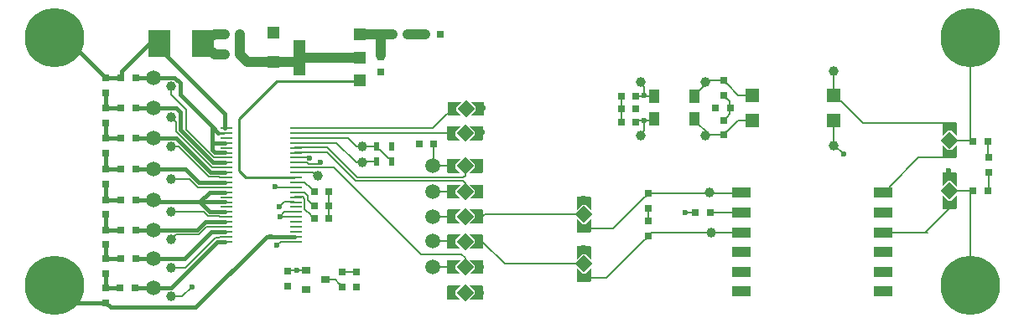
<source format=gtl>
G04*
G04 #@! TF.GenerationSoftware,Altium Limited,Altium Designer,19.0.14 (431)*
G04*
G04 Layer_Physical_Order=1*
G04 Layer_Color=255*
%FSLAX25Y25*%
%MOIN*%
G70*
G01*
G75*
%ADD15C,0.00600*%
%ADD17C,0.03937*%
%ADD18C,0.01000*%
G04:AMPARAMS|DCode=20|XSize=31.5mil|YSize=55.12mil|CornerRadius=3.15mil|HoleSize=0mil|Usage=FLASHONLY|Rotation=0.000|XOffset=0mil|YOffset=0mil|HoleType=Round|Shape=RoundedRectangle|*
%AMROUNDEDRECTD20*
21,1,0.03150,0.04882,0,0,0.0*
21,1,0.02520,0.05512,0,0,0.0*
1,1,0.00630,0.01260,-0.02441*
1,1,0.00630,-0.01260,-0.02441*
1,1,0.00630,-0.01260,0.02441*
1,1,0.00630,0.01260,0.02441*
%
%ADD20ROUNDEDRECTD20*%
G04:AMPARAMS|DCode=21|XSize=51.18mil|YSize=51.18mil|CornerRadius=5.12mil|HoleSize=0mil|Usage=FLASHONLY|Rotation=45.000|XOffset=0mil|YOffset=0mil|HoleType=Round|Shape=RoundedRectangle|*
%AMROUNDEDRECTD21*
21,1,0.05118,0.04095,0,0,45.0*
21,1,0.04095,0.05118,0,0,45.0*
1,1,0.01024,0.02895,0.00000*
1,1,0.01024,0.00000,-0.02895*
1,1,0.01024,-0.02895,0.00000*
1,1,0.01024,0.00000,0.02895*
%
%ADD21ROUNDEDRECTD21*%
G04:AMPARAMS|DCode=23|XSize=31.5mil|YSize=55.12mil|CornerRadius=3.15mil|HoleSize=0mil|Usage=FLASHONLY|Rotation=90.000|XOffset=0mil|YOffset=0mil|HoleType=Round|Shape=RoundedRectangle|*
%AMROUNDEDRECTD23*
21,1,0.03150,0.04882,0,0,90.0*
21,1,0.02520,0.05512,0,0,90.0*
1,1,0.00630,0.02441,0.01260*
1,1,0.00630,0.02441,-0.01260*
1,1,0.00630,-0.02441,-0.01260*
1,1,0.00630,-0.02441,0.01260*
%
%ADD23ROUNDEDRECTD23*%
G04:AMPARAMS|DCode=24|XSize=51.18mil|YSize=51.18mil|CornerRadius=5.12mil|HoleSize=0mil|Usage=FLASHONLY|Rotation=135.000|XOffset=0mil|YOffset=0mil|HoleType=Round|Shape=RoundedRectangle|*
%AMROUNDEDRECTD24*
21,1,0.05118,0.04095,0,0,135.0*
21,1,0.04095,0.05118,0,0,135.0*
1,1,0.01024,0.00000,0.02895*
1,1,0.01024,0.02895,0.00000*
1,1,0.01024,0.00000,-0.02895*
1,1,0.01024,-0.02895,0.00000*
%
%ADD24ROUNDEDRECTD24*%
%ADD38C,0.03937*%
%ADD39O,0.04921X0.00984*%
%ADD40R,0.07480X0.04016*%
%ADD41R,0.02953X0.03150*%
%ADD42R,0.03150X0.02953*%
%ADD43R,0.05512X0.05512*%
%ADD44R,0.01968X0.03543*%
%ADD45R,0.04331X0.05315*%
%ADD46R,0.08500X0.10799*%
%ADD47R,0.04724X0.04724*%
%ADD48R,0.03543X0.02756*%
%ADD49R,0.04724X0.14173*%
%ADD50R,0.04724X0.04724*%
%ADD51C,0.01500*%
%ADD52C,0.05906*%
%ADD53C,0.02362*%
%ADD54C,0.23622*%
G36*
X224606Y121653D02*
X219488D01*
X221654Y123819D01*
Y125098D01*
X219587Y127165D01*
X224606D01*
Y121653D01*
D02*
G37*
G36*
X213779Y125000D02*
Y123721D01*
X215846Y121653D01*
X210827D01*
Y127165D01*
X215945D01*
X213779Y125000D01*
D02*
G37*
G36*
X412598Y113583D02*
X410433Y115748D01*
X409154D01*
X407087Y113681D01*
Y118701D01*
X412598D01*
Y113583D01*
D02*
G37*
G36*
X224213Y111811D02*
X219094D01*
X221260Y113976D01*
Y115256D01*
X219193Y117323D01*
X224213D01*
Y111811D01*
D02*
G37*
G36*
X213386Y115157D02*
Y113878D01*
X215453Y111811D01*
X210433D01*
Y117323D01*
X215551D01*
X213386Y115157D01*
D02*
G37*
G36*
X409252Y107874D02*
X410532D01*
X412598Y109941D01*
Y104921D01*
X407087D01*
Y110039D01*
X409252Y107874D01*
D02*
G37*
G36*
X224213Y98819D02*
X219094D01*
X221260Y100984D01*
Y102264D01*
X219193Y104331D01*
X224213D01*
Y98819D01*
D02*
G37*
G36*
X213386Y102165D02*
Y100886D01*
X215453Y98819D01*
X210433D01*
Y104331D01*
X215551D01*
X213386Y102165D01*
D02*
G37*
G36*
X412598Y93504D02*
X410433Y95669D01*
X409154D01*
X407087Y93602D01*
Y98622D01*
X412598D01*
Y93504D01*
D02*
G37*
G36*
X224213Y88583D02*
X219094D01*
X221260Y90748D01*
Y92028D01*
X219193Y94095D01*
X224213D01*
Y88583D01*
D02*
G37*
G36*
X213386Y91929D02*
Y90650D01*
X215453Y88583D01*
X210433D01*
Y94095D01*
X215551D01*
X213386Y91929D01*
D02*
G37*
G36*
X409252Y87795D02*
X410532D01*
X412598Y89862D01*
Y84842D01*
X407087D01*
Y89961D01*
X409252Y87795D01*
D02*
G37*
G36*
X267323Y84055D02*
X265158Y86221D01*
X263878D01*
X261811Y84153D01*
Y89173D01*
X267323D01*
Y84055D01*
D02*
G37*
G36*
X224213Y78740D02*
X219094D01*
X221260Y80905D01*
Y82185D01*
X219193Y84252D01*
X224213D01*
Y78740D01*
D02*
G37*
G36*
X213386Y82087D02*
Y80807D01*
X215453Y78740D01*
X210433D01*
Y84252D01*
X215551D01*
X213386Y82087D01*
D02*
G37*
G36*
X263976Y78347D02*
X265256D01*
X267323Y80413D01*
Y75394D01*
X261811D01*
Y80512D01*
X263976Y78347D01*
D02*
G37*
G36*
X224213Y68764D02*
X219094D01*
X221260Y70929D01*
Y72209D01*
X219193Y74276D01*
X224213D01*
Y68764D01*
D02*
G37*
G36*
X213386Y72110D02*
Y70831D01*
X215453Y68764D01*
X210433D01*
Y74276D01*
X215551D01*
X213386Y72110D01*
D02*
G37*
G36*
X267323Y64370D02*
X265158Y66535D01*
X263878D01*
X261811Y64468D01*
Y69488D01*
X267323D01*
Y64370D01*
D02*
G37*
G36*
X224213Y58661D02*
X219094D01*
X221260Y60827D01*
Y62106D01*
X219193Y64173D01*
X224213D01*
Y58661D01*
D02*
G37*
G36*
X213386Y62008D02*
Y60728D01*
X215453Y58661D01*
X210433D01*
Y64173D01*
X215551D01*
X213386Y62008D01*
D02*
G37*
G36*
X263976Y58661D02*
X265256D01*
X267323Y60728D01*
Y55709D01*
X261811D01*
Y60827D01*
X263976Y58661D01*
D02*
G37*
G36*
X224213Y48425D02*
X219094D01*
X221260Y50591D01*
Y51870D01*
X219193Y53937D01*
X224213D01*
Y48425D01*
D02*
G37*
G36*
X213386Y51772D02*
Y50492D01*
X215453Y48425D01*
X210433D01*
Y53937D01*
X215551D01*
X213386Y51772D01*
D02*
G37*
D15*
X143626Y81362D02*
X145531Y83268D01*
X150000D01*
X143626Y81362D02*
X149937D01*
X150000Y81299D01*
X149295Y95142D02*
X153530D01*
X166142Y110827D02*
X174016Y102953D01*
X150000Y110827D02*
X166142D01*
X204724Y103248D02*
Y110236D01*
Y102756D02*
Y103248D01*
X205507Y102465D01*
X204331Y103642D02*
X204724Y103248D01*
X150000Y102953D02*
X154340D01*
X154931Y102362D01*
X159055D02*
X159843Y103150D01*
X154931Y102362D02*
X159055D01*
X149295Y101047D02*
X165094D01*
X199606Y66535D01*
X155315Y104921D02*
X155512Y104724D01*
X150000Y104921D02*
X155315D01*
X149295Y106953D02*
X162339D01*
X173622Y95669D01*
X150000Y112795D02*
X170669D01*
X174016Y109449D01*
Y102953D02*
X174459Y103396D01*
X182087D01*
X187992Y103642D02*
Y104183D01*
X187308Y104867D02*
X187992Y104183D01*
X186668Y104867D02*
X187308D01*
X183501Y108035D02*
X186668Y104867D01*
X182771Y108035D02*
X183501D01*
X182087Y108719D02*
X182771Y108035D01*
X182087Y108719D02*
Y109449D01*
X149295Y108921D02*
X162472D01*
X174346Y97047D02*
X216590D01*
X162472Y108921D02*
X174346Y97047D01*
X216590D02*
X217323Y97780D01*
Y101575D01*
X216535Y95669D02*
X217323Y94882D01*
X173622Y95669D02*
X216535D01*
X204331Y101575D02*
Y103150D01*
Y101575D02*
X211811D01*
X204331D02*
X204331D01*
Y103150D02*
X204724Y102756D01*
X204331Y103150D02*
Y103642D01*
X205507Y102465D02*
X205606D01*
X204331Y103642D02*
X204331Y103642D01*
X204331Y103642D02*
Y103740D01*
X183858Y145079D02*
Y145669D01*
X150000Y116732D02*
X204528D01*
X210095Y122300D01*
X210931D01*
X212205Y123574D01*
Y124409D01*
X150000Y114764D02*
X211614D01*
X211811Y114567D01*
X217717Y124016D02*
Y124409D01*
X217323Y71470D02*
Y71520D01*
X111186Y93173D02*
X121736D01*
X107903Y96457D02*
X111186Y93173D01*
X163189Y85827D02*
Y91388D01*
Y80709D02*
Y85827D01*
X163386D01*
X415776Y91732D02*
X418110D01*
Y53937D02*
Y91732D01*
X418701Y111811D02*
X419095Y111417D01*
X418110Y112402D02*
X418701Y111811D01*
X418110Y112402D02*
Y152756D01*
X409842Y91732D02*
X415678D01*
X425591Y91929D02*
X425787Y91732D01*
X425591Y91929D02*
Y99016D01*
X425000Y105512D02*
X425591Y104921D01*
X425000Y105512D02*
Y111417D01*
X409842Y111811D02*
X418701D01*
X400224Y75207D02*
X409842Y84825D01*
X383465Y75207D02*
X401012D01*
X409785Y98697D02*
X409842Y98639D01*
X409785Y98697D02*
Y99269D01*
X409448Y99606D02*
X409785Y99269D01*
X364173Y109843D02*
X367717Y106299D01*
X363779Y109843D02*
X364173D01*
X363779D02*
X363878Y109941D01*
Y119803D01*
X397413Y104904D02*
X410630D01*
X386021Y93511D02*
X397413Y104904D01*
X386021Y92663D02*
Y93511D01*
X384313Y90955D02*
X386021Y92663D01*
X383465Y90955D02*
X384313D01*
X375425Y118718D02*
X410630D01*
X366795Y127347D02*
X375425Y118718D01*
X366334Y127347D02*
X366795D01*
X363878Y129803D02*
X366334Y127347D01*
X363779Y129902D02*
X363878Y129803D01*
X363779Y129902D02*
Y139370D01*
X325905Y119803D02*
X331398D01*
X321354Y115251D02*
X325905Y119803D01*
X321255Y115251D02*
X321354D01*
X320079Y114075D02*
X321255Y115251D01*
X320079Y113976D02*
Y114075D01*
X321354Y134355D02*
X325905Y129803D01*
X321255Y134355D02*
X321354D01*
X320079Y135531D02*
X321255Y134355D01*
X320079Y135531D02*
Y135630D01*
X325905Y129803D02*
X331398D01*
X321354Y121157D02*
X322441Y122244D01*
X321255Y121157D02*
X321354D01*
X320079Y119980D02*
X321255Y121157D01*
X320079Y119882D02*
Y119980D01*
X322441Y122244D02*
Y127362D01*
X321354Y128450D02*
X322441Y127362D01*
X321255Y128450D02*
X321354D01*
X320079Y129626D02*
X321255Y128450D01*
X320079Y129626D02*
Y129724D01*
X316535Y124803D02*
X316732D01*
X285236Y124409D02*
X285433D01*
X308465Y129724D02*
X314370Y135630D01*
X320079D01*
X308465Y119882D02*
X314370Y113976D01*
X320079D01*
X308465Y119882D02*
Y120374D01*
Y129232D02*
Y129724D01*
X279331Y124409D02*
Y129528D01*
Y118898D02*
Y124409D01*
X286142Y119803D02*
X291752D01*
X292323Y120374D01*
X285236Y118898D02*
X286142Y119803D01*
X288583Y115855D02*
Y119685D01*
X287008Y114280D02*
X288583Y115855D01*
X287008Y113870D02*
Y114280D01*
X264567Y68110D02*
Y68898D01*
X285236Y129528D02*
X292028D01*
X292323Y129232D01*
X288583Y129724D02*
Y133054D01*
X287008Y134629D02*
X288583Y133054D01*
X287008Y134629D02*
Y135039D01*
X264567Y87795D02*
Y88583D01*
X304724Y83218D02*
X304872Y83071D01*
X308858D01*
X327155D02*
X327165Y83081D01*
X314764Y83071D02*
X327155D01*
X291432Y75094D02*
X291546Y75207D01*
X291334Y75094D02*
X291432D01*
X290158Y73917D02*
X291334Y75094D01*
X290158Y73819D02*
Y73917D01*
X291546Y75207D02*
X327165D01*
X290158Y90748D02*
X326958D01*
X327165Y90955D01*
X290158Y79724D02*
Y84842D01*
X264567Y57087D02*
X273425D01*
X288883Y72544D01*
X288981D01*
X290158Y73721D01*
Y73819D01*
X264567Y76772D02*
X276181D01*
X288883Y89473D01*
X288981D01*
X290158Y90650D01*
Y90748D01*
X174016Y109449D02*
X182087D01*
X233071Y62598D02*
X264567D01*
X224150Y71520D02*
X233071Y62598D01*
X222835Y71520D02*
X224150D01*
X225000Y82284D02*
X264567D01*
X224213Y81496D02*
X225000Y82284D01*
X222835Y81496D02*
X224213D01*
X173819Y59449D02*
X174016Y59252D01*
X168504Y59449D02*
X173819D01*
X165748Y56299D02*
X167229Y54818D01*
X167328D01*
X168504Y53642D01*
Y53543D02*
Y53642D01*
X161811Y56299D02*
X165748D01*
X150394Y60039D02*
X153937D01*
X147244D02*
X150394D01*
X146850Y59646D02*
X147244Y60039D01*
X143307Y85299D02*
X145276Y87268D01*
X149295D01*
X153543Y84449D02*
Y88449D01*
Y84449D02*
X156009Y81984D01*
Y81885D02*
Y81984D01*
Y81885D02*
X157185Y80709D01*
X157283D01*
X152756Y89236D02*
X153543Y88449D01*
X149295Y89236D02*
X152756D01*
X153284Y91205D02*
X154809Y89679D01*
Y88203D02*
Y89679D01*
Y88203D02*
X157185Y85827D01*
X157283D01*
X149295Y91205D02*
X153284D01*
X141732Y93307D02*
X141866Y93173D01*
X149295D01*
X153530Y95142D02*
X156009Y92663D01*
Y92564D02*
Y92663D01*
Y92564D02*
X157185Y91388D01*
X157283D01*
X158082Y97638D02*
X158661D01*
X156641Y99079D02*
X158082Y97638D01*
X149295Y99079D02*
X156641D01*
X217323Y61417D02*
Y64961D01*
X215748Y66535D02*
X217323Y64961D01*
X199606Y66535D02*
X215748D01*
X217323Y91339D02*
Y94882D01*
X204331Y61417D02*
X211811D01*
X211677Y71653D02*
X211811Y71520D01*
X204331Y71653D02*
X211677D01*
X204331Y81496D02*
X211811D01*
X204331Y91339D02*
X211811D01*
X100402Y129913D02*
Y133268D01*
Y129913D02*
X106263Y124052D01*
Y116149D02*
Y124052D01*
Y116149D02*
X117428Y104984D01*
X121736D01*
X102287Y115458D02*
X116698Y101047D01*
X103395Y109449D02*
X115415Y97429D01*
X100394Y109449D02*
X103395D01*
X115415Y97429D02*
X119345D01*
X102287Y115458D02*
Y119219D01*
X116698Y101047D02*
X121736D01*
X100394Y121112D02*
X102287Y119219D01*
X119345Y97429D02*
X119664Y97110D01*
X121736D01*
X100394Y96457D02*
X107903D01*
X119664Y81362D02*
X121736D01*
X119345Y81681D02*
X119664Y81362D01*
X115065Y81681D02*
X119345D01*
X113281Y83465D02*
X115065Y81681D01*
X100402Y83465D02*
X113281D01*
X100394Y72441D02*
X102460Y74507D01*
X111487D01*
X114404Y77425D01*
X121736D01*
X119664Y73488D02*
X121736D01*
X119345Y73170D02*
X119664Y73488D01*
X118080Y73170D02*
X119345D01*
X105934Y61024D02*
X118080Y73170D01*
X100394Y61024D02*
X105934D01*
X143961Y71520D02*
X149295D01*
X142520Y70079D02*
X143961Y71520D01*
X104724Y49606D02*
X108661Y53543D01*
X100394Y49606D02*
X104724D01*
D17*
X183858Y145669D02*
Y152362D01*
X194291Y153937D02*
X201378D01*
X182283D02*
X183858Y152362D01*
X182283Y153937D02*
X188386D01*
X175394D02*
X182283D01*
X151378Y144882D02*
X175394D01*
X151378Y143307D02*
Y144882D01*
X150984Y142913D02*
X151378Y143307D01*
X140945Y142913D02*
X150984D01*
X127756Y146063D02*
X130905Y142913D01*
X140945D01*
X127756Y146063D02*
Y153937D01*
X113031Y149244D02*
Y150394D01*
Y149244D02*
X115313Y146963D01*
X116720D01*
X117619Y146063D01*
X121850D01*
X113031Y150394D02*
Y151543D01*
X115313Y153825D01*
X117507D01*
X117619Y153937D01*
X121850D01*
D18*
X130055Y97110D02*
X149295D01*
X127559Y99606D02*
X130055Y97110D01*
X119090Y114827D02*
X121343D01*
X142520Y135433D02*
X175394D01*
X127559Y120472D02*
X142520Y135433D01*
X127559Y99606D02*
Y120472D01*
D20*
X223228Y124409D02*
D03*
X212205D02*
D03*
X222835Y114567D02*
D03*
X211811D02*
D03*
X222835Y61417D02*
D03*
X211811D02*
D03*
X222835Y51181D02*
D03*
X211811D02*
D03*
X222835Y81496D02*
D03*
X211811D02*
D03*
X222835Y71520D02*
D03*
X211811D02*
D03*
X222835Y91339D02*
D03*
X211811D02*
D03*
X222835Y101575D02*
D03*
X211811D02*
D03*
D21*
X217717Y124409D02*
D03*
X217323Y114567D02*
D03*
X217323Y61417D02*
D03*
Y51181D02*
D03*
Y81496D02*
D03*
Y71520D02*
D03*
Y91339D02*
D03*
Y101575D02*
D03*
D23*
X264567Y87795D02*
D03*
Y76772D02*
D03*
Y68110D02*
D03*
Y57087D02*
D03*
X409842Y117323D02*
D03*
Y106299D02*
D03*
Y97244D02*
D03*
Y86221D02*
D03*
D24*
X264567Y82284D02*
D03*
Y62598D02*
D03*
X409842Y111811D02*
D03*
Y91732D02*
D03*
D38*
X176378Y103150D02*
D03*
X363779Y109843D02*
D03*
Y139370D02*
D03*
X314961Y75197D02*
D03*
X314567Y90945D02*
D03*
X287008Y113870D02*
D03*
Y135039D02*
D03*
X100402Y133268D02*
D03*
X100394Y121112D02*
D03*
Y109449D02*
D03*
Y96457D02*
D03*
X100402Y83465D02*
D03*
X100394Y72441D02*
D03*
Y61024D02*
D03*
Y49606D02*
D03*
X182283Y153937D02*
D03*
X158661Y97638D02*
D03*
X312598Y113870D02*
D03*
Y135039D02*
D03*
X176378Y109449D02*
D03*
D39*
X122441Y116732D02*
D03*
Y114764D02*
D03*
Y112795D02*
D03*
Y110827D02*
D03*
Y108858D02*
D03*
Y106890D02*
D03*
Y104921D02*
D03*
Y102953D02*
D03*
Y100984D02*
D03*
Y99016D02*
D03*
Y97047D02*
D03*
Y95079D02*
D03*
Y93110D02*
D03*
Y91142D02*
D03*
Y89173D02*
D03*
Y87205D02*
D03*
Y85236D02*
D03*
Y83268D02*
D03*
Y81299D02*
D03*
Y79331D02*
D03*
Y77362D02*
D03*
Y75394D02*
D03*
Y73425D02*
D03*
Y71457D02*
D03*
X150000Y116732D02*
D03*
Y114764D02*
D03*
Y112795D02*
D03*
Y110827D02*
D03*
Y108858D02*
D03*
Y106890D02*
D03*
Y104921D02*
D03*
Y102953D02*
D03*
Y100984D02*
D03*
Y99016D02*
D03*
Y97047D02*
D03*
Y95079D02*
D03*
Y93110D02*
D03*
Y91142D02*
D03*
Y89173D02*
D03*
Y87205D02*
D03*
Y85236D02*
D03*
Y83268D02*
D03*
Y81299D02*
D03*
Y79331D02*
D03*
Y77362D02*
D03*
Y75394D02*
D03*
Y73425D02*
D03*
Y71457D02*
D03*
D40*
X383465Y51585D02*
D03*
Y59459D02*
D03*
Y67333D02*
D03*
Y75207D02*
D03*
Y83081D02*
D03*
Y90955D02*
D03*
X327165Y51585D02*
D03*
Y59459D02*
D03*
Y67333D02*
D03*
Y75207D02*
D03*
Y83081D02*
D03*
Y90955D02*
D03*
D41*
X290158Y79724D02*
D03*
Y73819D02*
D03*
Y84842D02*
D03*
Y90748D02*
D03*
X425591Y99016D02*
D03*
Y104921D02*
D03*
X183858Y145079D02*
D03*
Y139173D02*
D03*
X174016Y53347D02*
D03*
Y59252D02*
D03*
X320079Y113976D02*
D03*
Y119882D02*
D03*
Y135630D02*
D03*
Y129724D02*
D03*
X74516Y130705D02*
D03*
Y136610D02*
D03*
Y118658D02*
D03*
Y124563D02*
D03*
Y106705D02*
D03*
Y112610D02*
D03*
X168504Y59449D02*
D03*
Y53543D02*
D03*
X74516Y94532D02*
D03*
Y100437D02*
D03*
X146850Y59646D02*
D03*
Y53740D02*
D03*
X74516Y82252D02*
D03*
Y88157D02*
D03*
Y70252D02*
D03*
Y76157D02*
D03*
Y58705D02*
D03*
Y64610D02*
D03*
Y47205D02*
D03*
Y53110D02*
D03*
D42*
X308858Y83071D02*
D03*
X314764D02*
D03*
X425000Y111417D02*
D03*
X419095D02*
D03*
X425000Y91732D02*
D03*
X419095D02*
D03*
X194291Y153937D02*
D03*
X188386D02*
D03*
X285236Y118898D02*
D03*
X279331D02*
D03*
Y124409D02*
D03*
X285236D02*
D03*
Y129528D02*
D03*
X279331D02*
D03*
X199016Y110236D02*
D03*
X204921D02*
D03*
X322638Y124803D02*
D03*
X316732D02*
D03*
X80563Y136658D02*
D03*
X86468D02*
D03*
X80563Y124563D02*
D03*
X86468D02*
D03*
X80563Y112657D02*
D03*
X86468D02*
D03*
X121850Y153937D02*
D03*
X127756D02*
D03*
X121850Y146063D02*
D03*
X127756D02*
D03*
X80563Y100437D02*
D03*
X86468D02*
D03*
X80563Y88157D02*
D03*
X86468D02*
D03*
X201378Y153937D02*
D03*
X207283D02*
D03*
X80563Y76157D02*
D03*
X86468D02*
D03*
X80563Y64657D02*
D03*
X86468D02*
D03*
X80063Y53158D02*
D03*
X85969D02*
D03*
X157283Y91388D02*
D03*
X163189D02*
D03*
X157283Y80709D02*
D03*
X163189D02*
D03*
X157283Y85827D02*
D03*
X163189D02*
D03*
D43*
X331398Y129803D02*
D03*
Y119803D02*
D03*
X363878Y129803D02*
D03*
Y119803D02*
D03*
D44*
X182087Y103396D02*
D03*
X187992D02*
D03*
X182087Y109449D02*
D03*
X187992D02*
D03*
D45*
X292323Y120374D02*
D03*
X308465D02*
D03*
Y129232D02*
D03*
X292323D02*
D03*
D46*
X113031Y150394D02*
D03*
X95630D02*
D03*
D47*
X140945Y154724D02*
D03*
Y142913D02*
D03*
D48*
X153937Y60039D02*
D03*
Y52559D02*
D03*
X161811Y56299D02*
D03*
D49*
X151378Y144882D02*
D03*
D50*
X175394Y153937D02*
D03*
Y144882D02*
D03*
Y135827D02*
D03*
D51*
X117063Y103016D02*
X121736D01*
X103937Y116142D02*
X117063Y103016D01*
X111551Y95142D02*
X121736D01*
X106256Y100437D02*
X111551Y95142D01*
X53543Y152362D02*
X57189D01*
X57976Y153150D01*
X54331Y52756D02*
Y53937D01*
Y52756D02*
X59882Y47205D01*
X57976Y153150D02*
X74516Y136610D01*
X93417Y112767D02*
X102410D01*
X93307Y112657D02*
X93417Y112767D01*
X102410D02*
X116098Y99079D01*
X101925Y136658D02*
X103937Y134646D01*
X93307Y136658D02*
X101925D01*
X116098Y99079D02*
X121736D01*
X103937Y116142D02*
Y123031D01*
X119090Y114827D02*
X119131D01*
X116669Y117289D02*
X119131Y114827D01*
X116669Y117289D02*
Y117422D01*
X110236Y45276D02*
X138449Y73488D01*
X76445Y45276D02*
X110236D01*
X100402Y53158D02*
X118764Y71520D01*
X85969Y53158D02*
X100402D01*
X105602Y64657D02*
X116402Y75457D01*
X86468Y64657D02*
X105602D01*
X102406Y124563D02*
X103937Y123031D01*
X93307Y124563D02*
X102406D01*
X103937Y130021D02*
X116669Y117289D01*
Y111024D02*
Y117289D01*
X103937Y130021D02*
Y134646D01*
X74516Y47205D02*
X76445Y45276D01*
X95630Y148508D02*
X121736Y122402D01*
X95630Y148508D02*
Y150394D01*
X121736Y116795D02*
Y122402D01*
X91732Y150394D02*
X95630D01*
X80844Y139505D02*
X91732Y150394D01*
X80563Y136658D02*
X80844Y136938D01*
X80516Y136610D02*
X80563Y136658D01*
X80844Y136938D02*
Y139505D01*
X59882Y47205D02*
X74516D01*
Y136610D02*
X80516D01*
X116669Y108134D02*
Y111024D01*
X116803Y110890D01*
X121736D01*
X116669Y108134D02*
X117850Y106953D01*
X121736D01*
X86468Y136658D02*
X93307D01*
Y100437D02*
X106256D01*
X86468Y124563D02*
X93307D01*
X86468Y112657D02*
X93307D01*
X86468Y100437D02*
X93307D01*
X94197Y87268D02*
X111811D01*
X93307Y88157D02*
X94197Y87268D01*
X111811D02*
X115748Y91205D01*
X121736D01*
X111811Y87268D02*
X115748Y83331D01*
X111811Y87268D02*
X121736D01*
X86468Y88157D02*
X93307D01*
X115748Y83331D02*
X121736D01*
X93307Y76157D02*
X110803D01*
X86468D02*
X93307D01*
X114039Y79394D02*
X121736D01*
X110803Y76157D02*
X114039Y79394D01*
X116402Y75457D02*
X121736D01*
X74516Y124563D02*
Y130157D01*
Y124563D02*
X80016D01*
X80063Y124610D01*
X74516Y112610D02*
Y118205D01*
Y112610D02*
X80016D01*
X80063Y112657D01*
X74516Y100437D02*
Y106032D01*
Y100437D02*
X80016D01*
X80063Y100484D01*
X74516Y88157D02*
Y93752D01*
Y88157D02*
X80016D01*
X80063Y88205D01*
X74516Y76157D02*
Y81752D01*
Y76157D02*
X80016D01*
X80063Y76205D01*
X74516Y64610D02*
Y70205D01*
Y64610D02*
X80016D01*
X80063Y64657D01*
X118764Y71520D02*
X121736D01*
X80016Y53110D02*
X80063Y53158D01*
X74516Y53110D02*
X80016D01*
X74516D02*
Y58705D01*
X138449Y73488D02*
X149295D01*
D52*
X93307Y112657D02*
D03*
Y64567D02*
D03*
Y88157D02*
D03*
Y76157D02*
D03*
Y53110D02*
D03*
Y136658D02*
D03*
Y100437D02*
D03*
Y124563D02*
D03*
X204331Y101575D02*
D03*
X204331Y61417D02*
D03*
Y71653D02*
D03*
Y81496D02*
D03*
Y91339D02*
D03*
D53*
X224016Y114961D02*
D03*
X159843Y103150D02*
D03*
X224410Y124563D02*
D03*
X155512Y104724D02*
D03*
X198819Y110433D02*
D03*
X183858Y145669D02*
D03*
X217323Y81890D02*
D03*
Y114567D02*
D03*
X217717Y124016D02*
D03*
X217323Y71470D02*
D03*
X211811Y51181D02*
D03*
X187992Y109449D02*
D03*
X157283Y91388D02*
D03*
X174016Y53347D02*
D03*
X153937Y52559D02*
D03*
X146850Y53740D02*
D03*
X140157Y73488D02*
D03*
X143626Y81362D02*
D03*
X163386Y80709D02*
D03*
Y91339D02*
D03*
Y85827D02*
D03*
X207087Y153937D02*
D03*
X183858Y138976D02*
D03*
X140945Y154724D02*
D03*
X409448Y99606D02*
D03*
X367717Y106299D02*
D03*
X316535Y124803D02*
D03*
X285433Y124409D02*
D03*
X288583Y119685D02*
D03*
X264567Y68898D02*
D03*
X288583Y129724D02*
D03*
X264567Y88583D02*
D03*
X304724Y83218D02*
D03*
X223622Y61417D02*
D03*
Y51181D02*
D03*
X150394Y60039D02*
D03*
X143307Y85299D02*
D03*
X217323Y51181D02*
D03*
X141732Y93307D02*
D03*
X142520Y70079D02*
D03*
X108661Y53543D02*
D03*
D54*
X418110Y152756D02*
D03*
Y53937D02*
D03*
X53937Y152756D02*
D03*
Y53937D02*
D03*
M02*

</source>
